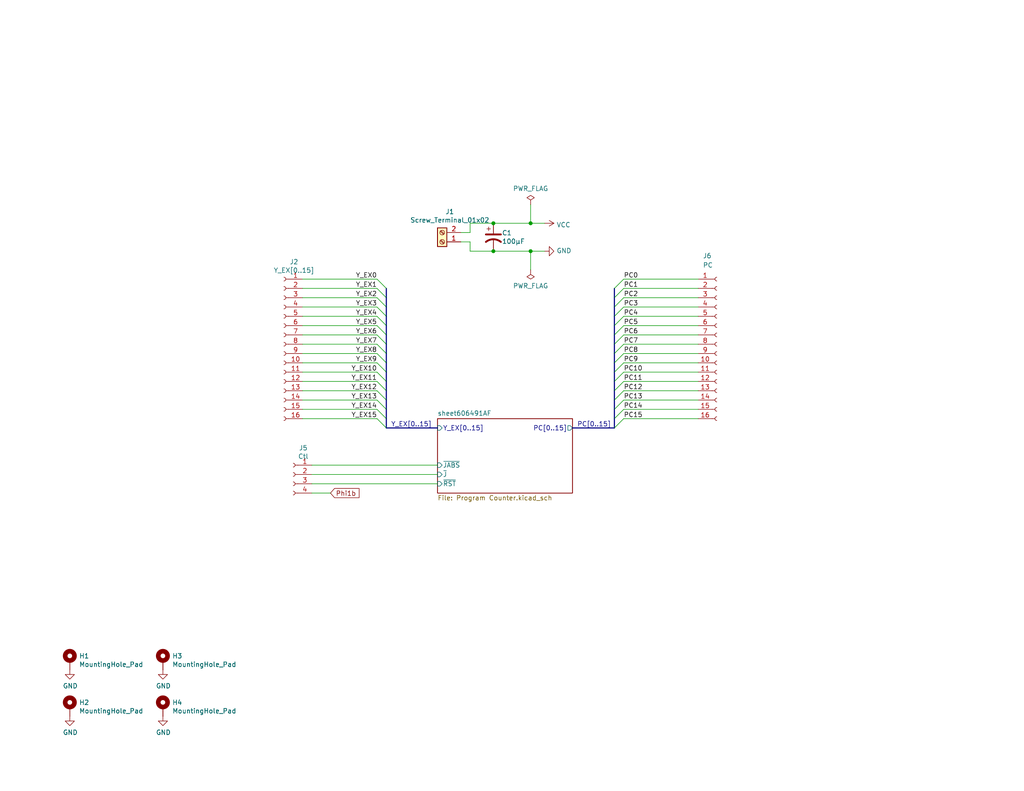
<source format=kicad_sch>
(kicad_sch (version 20230121) (generator eeschema)
  (paper "USLetter")
  (title_block (title "Turtle16: Program Counter Prototype") (date "2021-03-31") (rev "A (d86d9981)") (comment 4 "Microcomputer built from 74xx series logic chips."))
  (lib_symbols
    (symbol "Connector:Screw_Terminal_01x02" (pin_names (offset 1.016) hide)
      (property "Reference" "J" (at 0 2.54 0))
      (property "Value" "Screw_Terminal_01x02" (at 0 -5.08 0))
      (symbol "Screw_Terminal_01x02_1_1"
        (rectangle (start -1.27 1.27) (end 1.27 -3.81) (stroke (width 0.254)) (fill (type background)))
        (circle (center 0 -2.54) (radius 0.635) (stroke (width 0.1524)))
        (polyline (pts (xy -0.5334 -2.2098) (xy 0.3302 -3.048)) (stroke (width 0.1524)))
        (polyline (pts (xy -0.5334 0.3302) (xy 0.3302 -0.508)) (stroke (width 0.1524)))
        (polyline (pts (xy -0.3556 -2.032) (xy 0.508 -2.8702)) (stroke (width 0.1524)))
        (polyline (pts (xy -0.3556 0.508) (xy 0.508 -0.3302)) (stroke (width 0.1524)))
        (circle (center 0 0) (radius 0.635) (stroke (width 0.1524)))
        (pin passive line (at -5.08 0 0) (length 3.81) (name "Pin_1") (number "1"))
        (pin passive line (at -5.08 -2.54 0) (length 3.81) (name "Pin_2") (number "2"))
      )
    )
    (symbol "Mechanical:MountingHole_Pad" (pin_numbers hide) (pin_names (offset 1.016) hide)
      (property "Reference" "H" (at 0 6.35 0))
      (property "Value" "MountingHole_Pad" (at 0 4.445 0))
      (symbol "MountingHole_Pad_0_1"
        (circle (center 0 1.27) (radius 1.27) (stroke (width 1.27)))
      )
      (symbol "MountingHole_Pad_1_1"
        (pin input line (at 0 -2.54 90) (length 2.54) (name "1") (number "1"))
      )
    )
    (symbol "ProgramCounterPrototype-rescue:CP1-Device" (pin_numbers hide) (pin_names (offset 0.254) hide)
      (property "Reference" "C" (at 0.635 2.54 0))
      (property "Value" "Device_CP1" (at 0.635 -2.54 0))
      (symbol "CP1-Device_0_1"
        (polyline (pts (xy -2.032 0.762) (xy 2.032 0.762)) (stroke (width 0.508)))
        (polyline (pts (xy -1.778 2.286) (xy -0.762 2.286)))
        (polyline (pts (xy -1.27 1.778) (xy -1.27 2.794)))
        (arc (start 2.032 -1.27) (mid 0 -0.5572) (end -2.032 -1.27) (stroke (width 0.508)))
      )
      (symbol "CP1-Device_1_1"
        (pin passive line (at 0 3.81 270) (length 2.794) (name "~") (number "1"))
        (pin passive line (at 0 -3.81 90) (length 3.302) (name "~") (number "2"))
      )
    )
    (symbol "ProgramCounterPrototype-rescue:Conn_01x04_Female-Connector" (pin_names (offset 1.016) hide)
      (property "Reference" "J" (at 0 5.08 0))
      (property "Value" "Connector_Conn_01x04_Female" (at 0 -7.62 0))
      (symbol "Conn_01x04_Female-Connector_1_1"
        (arc (start 0 -4.572) (mid -0.5058 -5.08) (end 0 -5.588) (stroke (width 0.1524)))
        (arc (start 0 -2.032) (mid -0.5058 -2.54) (end 0 -3.048) (stroke (width 0.1524)))
        (polyline (pts (xy -1.27 -5.08) (xy -0.508 -5.08)) (stroke (width 0.1524)))
        (polyline (pts (xy -1.27 -2.54) (xy -0.508 -2.54)) (stroke (width 0.1524)))
        (polyline (pts (xy -1.27 0) (xy -0.508 0)) (stroke (width 0.1524)))
        (polyline (pts (xy -1.27 2.54) (xy -0.508 2.54)) (stroke (width 0.1524)))
        (arc (start 0 0.508) (mid -0.5058 0) (end 0 -0.508) (stroke (width 0.1524)))
        (arc (start 0 3.048) (mid -0.5058 2.54) (end 0 2.032) (stroke (width 0.1524)))
        (pin passive line (at -5.08 2.54 0) (length 3.81) (name "Pin_1") (number "1"))
        (pin passive line (at -5.08 0 0) (length 3.81) (name "Pin_2") (number "2"))
        (pin passive line (at -5.08 -2.54 0) (length 3.81) (name "Pin_3") (number "3"))
        (pin passive line (at -5.08 -5.08 0) (length 3.81) (name "Pin_4") (number "4"))
      )
    )
    (symbol "ProgramCounterPrototype-rescue:Conn_01x16_Female-Connector" (pin_names (offset 1.016) hide)
      (property "Reference" "J" (at 0 20.32 0))
      (property "Value" "Connector_Conn_01x16_Female" (at 0 -22.86 0))
      (symbol "Conn_01x16_Female-Connector_1_1"
        (arc (start 0 -19.812) (mid -0.5058 -20.32) (end 0 -20.828) (stroke (width 0.1524)))
        (arc (start 0 -17.272) (mid -0.5058 -17.78) (end 0 -18.288) (stroke (width 0.1524)))
        (arc (start 0 -14.732) (mid -0.5058 -15.24) (end 0 -15.748) (stroke (width 0.1524)))
        (arc (start 0 -12.192) (mid -0.5058 -12.7) (end 0 -13.208) (stroke (width 0.1524)))
        (arc (start 0 -9.652) (mid -0.5058 -10.16) (end 0 -10.668) (stroke (width 0.1524)))
        (arc (start 0 -7.112) (mid -0.5058 -7.62) (end 0 -8.128) (stroke (width 0.1524)))
        (arc (start 0 -4.572) (mid -0.5058 -5.08) (end 0 -5.588) (stroke (width 0.1524)))
        (arc (start 0 -2.032) (mid -0.5058 -2.54) (end 0 -3.048) (stroke (width 0.1524)))
        (polyline (pts (xy -1.27 -20.32) (xy -0.508 -20.32)) (stroke (width 0.1524)))
        (polyline (pts (xy -1.27 -17.78) (xy -0.508 -17.78)) (stroke (width 0.1524)))
        (polyline (pts (xy -1.27 -15.24) (xy -0.508 -15.24)) (stroke (width 0.1524)))
        (polyline (pts (xy -1.27 -12.7) (xy -0.508 -12.7)) (stroke (width 0.1524)))
        (polyline (pts (xy -1.27 -10.16) (xy -0.508 -10.16)) (stroke (width 0.1524)))
        (polyline (pts (xy -1.27 -7.62) (xy -0.508 -7.62)) (stroke (width 0.1524)))
        (polyline (pts (xy -1.27 -5.08) (xy -0.508 -5.08)) (stroke (width 0.1524)))
        (polyline (pts (xy -1.27 -2.54) (xy -0.508 -2.54)) (stroke (width 0.1524)))
        (polyline (pts (xy -1.27 0) (xy -0.508 0)) (stroke (width 0.1524)))
        (polyline (pts (xy -1.27 2.54) (xy -0.508 2.54)) (stroke (width 0.1524)))
        (polyline (pts (xy -1.27 5.08) (xy -0.508 5.08)) (stroke (width 0.1524)))
        (polyline (pts (xy -1.27 7.62) (xy -0.508 7.62)) (stroke (width 0.1524)))
        (polyline (pts (xy -1.27 10.16) (xy -0.508 10.16)) (stroke (width 0.1524)))
        (polyline (pts (xy -1.27 12.7) (xy -0.508 12.7)) (stroke (width 0.1524)))
        (polyline (pts (xy -1.27 15.24) (xy -0.508 15.24)) (stroke (width 0.1524)))
        (polyline (pts (xy -1.27 17.78) (xy -0.508 17.78)) (stroke (width 0.1524)))
        (arc (start 0 0.508) (mid -0.5058 0) (end 0 -0.508) (stroke (width 0.1524)))
        (arc (start 0 3.048) (mid -0.5058 2.54) (end 0 2.032) (stroke (width 0.1524)))
        (arc (start 0 5.588) (mid -0.5058 5.08) (end 0 4.572) (stroke (width 0.1524)))
        (arc (start 0 8.128) (mid -0.5058 7.62) (end 0 7.112) (stroke (width 0.1524)))
        (arc (start 0 10.668) (mid -0.5058 10.16) (end 0 9.652) (stroke (width 0.1524)))
        (arc (start 0 13.208) (mid -0.5058 12.7) (end 0 12.192) (stroke (width 0.1524)))
        (arc (start 0 15.748) (mid -0.5058 15.24) (end 0 14.732) (stroke (width 0.1524)))
        (arc (start 0 18.288) (mid -0.5058 17.78) (end 0 17.272) (stroke (width 0.1524)))
        (pin passive line (at -5.08 17.78 0) (length 3.81) (name "Pin_1") (number "1"))
        (pin passive line (at -5.08 -5.08 0) (length 3.81) (name "Pin_10") (number "10"))
        (pin passive line (at -5.08 -7.62 0) (length 3.81) (name "Pin_11") (number "11"))
        (pin passive line (at -5.08 -10.16 0) (length 3.81) (name "Pin_12") (number "12"))
        (pin passive line (at -5.08 -12.7 0) (length 3.81) (name "Pin_13") (number "13"))
        (pin passive line (at -5.08 -15.24 0) (length 3.81) (name "Pin_14") (number "14"))
        (pin passive line (at -5.08 -17.78 0) (length 3.81) (name "Pin_15") (number "15"))
        (pin passive line (at -5.08 -20.32 0) (length 3.81) (name "Pin_16") (number "16"))
        (pin passive line (at -5.08 15.24 0) (length 3.81) (name "Pin_2") (number "2"))
        (pin passive line (at -5.08 12.7 0) (length 3.81) (name "Pin_3") (number "3"))
        (pin passive line (at -5.08 10.16 0) (length 3.81) (name "Pin_4") (number "4"))
        (pin passive line (at -5.08 7.62 0) (length 3.81) (name "Pin_5") (number "5"))
        (pin passive line (at -5.08 5.08 0) (length 3.81) (name "Pin_6") (number "6"))
        (pin passive line (at -5.08 2.54 0) (length 3.81) (name "Pin_7") (number "7"))
        (pin passive line (at -5.08 0 0) (length 3.81) (name "Pin_8") (number "8"))
        (pin passive line (at -5.08 -2.54 0) (length 3.81) (name "Pin_9") (number "9"))
      )
    )
    (symbol "power:GND" (power) (pin_names (offset 0))
      (property "Value" "GND" (at 0 -3.81 0))
      (symbol "GND_0_1"
        (polyline (pts (xy 0 0) (xy 0 -1.27) (xy 1.27 -1.27) (xy 0 -2.54) (xy -1.27 -1.27) (xy 0 -1.27)))
      )
      (symbol "GND_1_1"
        (pin power_in line (at 0 0 270) (length 0) hide (name "GND") (number "1"))
      )
    )
    (symbol "power:PWR_FLAG" (power) (pin_numbers hide) (pin_names (offset 0) hide)
      (property "Value" "PWR_FLAG" (at 0 3.81 0))
      (symbol "PWR_FLAG_0_0"
        (pin power_out line (at 0 0 90) (length 0) (name "pwr") (number "1"))
      )
      (symbol "PWR_FLAG_0_1"
        (polyline (pts (xy 0 0) (xy 0 1.27) (xy -1.016 1.905) (xy 0 2.54) (xy 1.016 1.905) (xy 0 1.27)))
      )
    )
    (symbol "power:VCC" (power) (pin_names (offset 0))
      (property "Value" "VCC" (at 0 3.81 0))
      (symbol "VCC_0_1"
        (polyline (pts (xy -0.762 1.27) (xy 0 2.54)))
        (polyline (pts (xy 0 0) (xy 0 2.54)))
        (polyline (pts (xy 0 2.54) (xy 0.762 1.27)))
      )
      (symbol "VCC_1_1"
        (pin power_in line (at 0 0 90) (length 0) hide (name "VCC") (number "1"))
      )
    )
  )
  (junction (at 134.62 68.58))
  (junction (at 144.78 60.96))
  (junction (at 134.62 60.96))
  (junction (at 144.78 68.58))
  (bus_entry (at 105.41 104.14) (size -2.54 -2.54))
  (bus_entry (at 167.64 78.74) (size 2.54 -2.54))
  (bus_entry (at 105.41 106.68) (size -2.54 -2.54))
  (bus_entry (at 105.41 96.52) (size -2.54 -2.54))
  (bus_entry (at 105.41 109.22) (size -2.54 -2.54))
  (bus_entry (at 167.64 106.68) (size 2.54 -2.54))
  (bus_entry (at 105.41 99.06) (size -2.54 -2.54))
  (bus_entry (at 167.64 86.36) (size 2.54 -2.54))
  (bus_entry (at 167.64 91.44) (size 2.54 -2.54))
  (bus_entry (at 167.64 81.28) (size 2.54 -2.54))
  (bus_entry (at 105.41 93.98) (size -2.54 -2.54))
  (bus_entry (at 167.64 104.14) (size 2.54 -2.54))
  (bus_entry (at 167.64 101.6) (size 2.54 -2.54))
  (bus_entry (at 167.64 111.76) (size 2.54 -2.54))
  (bus_entry (at 167.64 116.84) (size 2.54 -2.54))
  (bus_entry (at 167.64 88.9) (size 2.54 -2.54))
  (bus_entry (at 167.64 96.52) (size 2.54 -2.54))
  (bus_entry (at 105.41 78.74) (size -2.54 -2.54))
  (bus_entry (at 105.41 88.9) (size -2.54 -2.54))
  (bus_entry (at 105.41 81.28) (size -2.54 -2.54))
  (bus_entry (at 105.41 83.82) (size -2.54 -2.54))
  (bus_entry (at 105.41 91.44) (size -2.54 -2.54))
  (bus_entry (at 105.41 111.76) (size -2.54 -2.54))
  (bus_entry (at 105.41 86.36) (size -2.54 -2.54))
  (bus_entry (at 167.64 114.3) (size 2.54 -2.54))
  (bus_entry (at 105.41 101.6) (size -2.54 -2.54))
  (bus_entry (at 167.64 83.82) (size 2.54 -2.54))
  (bus_entry (at 167.64 109.22) (size 2.54 -2.54))
  (bus_entry (at 167.64 93.98) (size 2.54 -2.54))
  (bus_entry (at 167.64 99.06) (size 2.54 -2.54))
  (bus_entry (at 105.41 116.84) (size -2.54 -2.54))
  (bus_entry (at 105.41 114.3) (size -2.54 -2.54))
  (wire (pts (xy 190.5 88.9) (xy 170.18 88.9)))
  (bus (pts (xy 167.64 81.28) (xy 167.64 83.82)))
  (bus (pts (xy 105.41 96.52) (xy 105.41 99.06)))
  (bus (pts (xy 167.64 86.36) (xy 167.64 88.9)))
  (wire (pts (xy 190.5 99.06) (xy 170.18 99.06)))
  (bus (pts (xy 167.64 109.22) (xy 167.64 111.76)))
  (wire (pts (xy 170.18 106.68) (xy 190.5 106.68)))
  (bus (pts (xy 105.41 86.36) (xy 105.41 88.9)))
  (bus (pts (xy 167.64 99.06) (xy 167.64 101.6)))
  (bus (pts (xy 105.41 111.76) (xy 105.41 114.3)))
  (wire (pts (xy 190.5 78.74) (xy 170.18 78.74)))
  (wire (pts (xy 128.27 60.96) (xy 128.27 63.5)))
  (wire (pts (xy 144.78 60.96) (xy 134.62 60.96)))
  (wire (pts (xy 85.09 129.54) (xy 119.38 129.54)))
  (wire (pts (xy 102.87 106.68) (xy 82.55 106.68)))
  (wire (pts (xy 190.5 104.14) (xy 170.18 104.14)))
  (wire (pts (xy 170.18 96.52) (xy 190.5 96.52)))
  (wire (pts (xy 82.55 114.3) (xy 102.87 114.3)))
  (wire (pts (xy 82.55 109.22) (xy 102.87 109.22)))
  (wire (pts (xy 102.87 86.36) (xy 82.55 86.36)))
  (bus (pts (xy 105.41 78.74) (xy 105.41 81.28)))
  (wire (pts (xy 85.09 127) (xy 119.38 127)))
  (bus (pts (xy 105.41 88.9) (xy 105.41 91.44)))
  (bus (pts (xy 105.41 109.22) (xy 105.41 111.76)))
  (wire (pts (xy 125.73 66.04) (xy 128.27 66.04)))
  (wire (pts (xy 102.87 101.6) (xy 82.55 101.6)))
  (wire (pts (xy 125.73 63.5) (xy 128.27 63.5)))
  (wire (pts (xy 190.5 109.22) (xy 170.18 109.22)))
  (wire (pts (xy 82.55 93.98) (xy 102.87 93.98)))
  (wire (pts (xy 102.87 111.76) (xy 82.55 111.76)))
  (bus (pts (xy 167.64 91.44) (xy 167.64 93.98)))
  (wire (pts (xy 82.55 83.82) (xy 102.87 83.82)))
  (bus (pts (xy 167.64 88.9) (xy 167.64 91.44)))
  (wire (pts (xy 144.78 73.66) (xy 144.78 68.58)))
  (wire (pts (xy 128.27 66.04) (xy 128.27 68.58)))
  (bus (pts (xy 167.64 93.98) (xy 167.64 96.52)))
  (wire (pts (xy 134.62 60.96) (xy 128.27 60.96)))
  (bus (pts (xy 105.41 99.06) (xy 105.41 101.6)))
  (wire (pts (xy 170.18 81.28) (xy 190.5 81.28)))
  (wire (pts (xy 148.59 60.96) (xy 144.78 60.96)))
  (bus (pts (xy 167.64 114.3) (xy 167.64 116.84)))
  (bus (pts (xy 167.64 83.82) (xy 167.64 86.36)))
  (wire (pts (xy 144.78 68.58) (xy 148.59 68.58)))
  (bus (pts (xy 167.64 104.14) (xy 167.64 106.68)))
  (bus (pts (xy 105.41 93.98) (xy 105.41 96.52)))
  (wire (pts (xy 170.18 76.2) (xy 190.5 76.2)))
  (wire (pts (xy 190.5 83.82) (xy 170.18 83.82)))
  (wire (pts (xy 82.55 104.14) (xy 102.87 104.14)))
  (wire (pts (xy 134.62 68.58) (xy 144.78 68.58)))
  (wire (pts (xy 82.55 88.9) (xy 102.87 88.9)))
  (bus (pts (xy 105.41 114.3) (xy 105.41 116.84)))
  (wire (pts (xy 170.18 86.36) (xy 190.5 86.36)))
  (bus (pts (xy 167.64 96.52) (xy 167.64 99.06)))
  (wire (pts (xy 82.55 78.74) (xy 102.87 78.74)))
  (bus (pts (xy 105.41 106.68) (xy 105.41 109.22)))
  (wire (pts (xy 102.87 96.52) (xy 82.55 96.52)))
  (wire (pts (xy 128.27 68.58) (xy 134.62 68.58)))
  (wire (pts (xy 102.87 91.44) (xy 82.55 91.44)))
  (wire (pts (xy 170.18 111.76) (xy 190.5 111.76)))
  (wire (pts (xy 170.18 91.44) (xy 190.5 91.44)))
  (wire (pts (xy 90.17 134.62) (xy 85.09 134.62)))
  (bus (pts (xy 167.64 101.6) (xy 167.64 104.14)))
  (bus (pts (xy 167.64 116.84) (xy 156.21 116.84)))
  (bus (pts (xy 167.64 106.68) (xy 167.64 109.22)))
  (bus (pts (xy 105.41 116.84) (xy 119.38 116.84)))
  (bus (pts (xy 105.41 101.6) (xy 105.41 104.14)))
  (bus (pts (xy 105.41 83.82) (xy 105.41 86.36)))
  (bus (pts (xy 105.41 91.44) (xy 105.41 93.98)))
  (wire (pts (xy 102.87 81.28) (xy 82.55 81.28)))
  (wire (pts (xy 170.18 101.6) (xy 190.5 101.6)))
  (bus (pts (xy 105.41 104.14) (xy 105.41 106.68)))
  (wire (pts (xy 190.5 114.3) (xy 170.18 114.3)))
  (wire (pts (xy 144.78 55.88) (xy 144.78 60.96)))
  (wire (pts (xy 190.5 93.98) (xy 170.18 93.98)))
  (bus (pts (xy 105.41 81.28) (xy 105.41 83.82)))
  (bus (pts (xy 167.64 78.74) (xy 167.64 81.28)))
  (bus (pts (xy 167.64 111.76) (xy 167.64 114.3)))
  (wire (pts (xy 82.55 99.06) (xy 102.87 99.06)))
  (wire (pts (xy 85.09 132.08) (xy 119.38 132.08)))
  (wire (pts (xy 102.87 76.2) (xy 82.55 76.2)))
  (label "Y_EX9" (at 102.87 99.06 180))
  (label "PC8" (at 170.18 96.52 0))
  (label "PC11" (at 170.18 104.14 0))
  (label "Y_EX0" (at 102.87 76.2 180))
  (label "PC0" (at 170.18 76.2 0))
  (label "PC[0..15]" (at 157.48 116.84 0))
  (label "Y_EX2" (at 102.87 81.28 180))
  (label "PC3" (at 170.18 83.82 0))
  (label "Y_EX14" (at 102.87 111.76 180))
  (label "Y_EX4" (at 102.87 86.36 180))
  (label "PC2" (at 170.18 81.28 0))
  (label "Y_EX10" (at 102.87 101.6 180))
  (label "PC6" (at 170.18 91.44 0))
  (label "Y_EX6" (at 102.87 91.44 180))
  (label "Y_EX13" (at 102.87 109.22 180))
  (label "Y_EX8" (at 102.87 96.52 180))
  (label "PC4" (at 170.18 86.36 0))
  (label "Y_EX11" (at 102.87 104.14 180))
  (label "Y_EX5" (at 102.87 88.9 180))
  (label "PC5" (at 170.18 88.9 0))
  (label "PC7" (at 170.18 93.98 0))
  (label "PC9" (at 170.18 99.06 0))
  (label "PC1" (at 170.18 78.74 0))
  (label "Y_EX1" (at 102.87 78.74 180))
  (label "PC12" (at 170.18 106.68 0))
  (label "PC14" (at 170.18 111.76 0))
  (label "PC13" (at 170.18 109.22 0))
  (label "Y_EX7" (at 102.87 93.98 180))
  (label "Y_EX12" (at 102.87 106.68 180))
  (label "Y_EX3" (at 102.87 83.82 180))
  (label "Y_EX[0..15]" (at 106.68 116.84 0))
  (label "PC15" (at 170.18 114.3 0))
  (label "Y_EX15" (at 102.87 114.3 180))
  (label "PC10" (at 170.18 101.6 0))
  (global_label "Phi1b" (shape input) (at 90.17 134.62 0) (property "Intersheetrefs" "${INTERSHEET_REFS}" (effects hide)))
  (symbol (lib_id "Mechanical:MountingHole_Pad") (at 19.05 180.34 0) (unit 1)
    (property "Reference" "H1" (at 21.59 179.0954 0) (effects (justify left)))
    (property "Value" "MountingHole_Pad" (at 21.59 181.4068 0) (effects (justify left)))
    (property "Footprint" "MountingHole:MountingHole_3.2mm_M3_Pad" (effects hide))
  )
  (symbol (lib_id "Mechanical:MountingHole_Pad") (at 44.45 180.34 0) (unit 1)
    (property "Reference" "H3" (at 46.99 179.0954 0) (effects (justify left)))
    (property "Value" "MountingHole_Pad" (at 46.99 181.4068 0) (effects (justify left)))
    (property "Footprint" "MountingHole:MountingHole_3.2mm_M3_Pad" (effects hide))
  )
  (symbol (lib_id "power:GND") (at 19.05 182.88 0) (unit 1)
    (property "Reference" "#PWR03" (effects hide))
    (property "Value" "GND" (at 19.177 187.2742 0))
  )
  (symbol (lib_id "power:GND") (at 44.45 182.88 0) (unit 1)
    (property "Reference" "#PWR05" (effects hide))
    (property "Value" "GND" (at 44.577 187.2742 0))
  )
  (symbol (lib_id "Mechanical:MountingHole_Pad") (at 19.05 193.04 0) (unit 1)
    (property "Reference" "H2" (at 21.59 191.7954 0) (effects (justify left)))
    (property "Value" "MountingHole_Pad" (at 21.59 194.1068 0) (effects (justify left)))
    (property "Footprint" "MountingHole:MountingHole_3.2mm_M3_Pad" (effects hide))
  )
  (symbol (lib_id "Mechanical:MountingHole_Pad") (at 44.45 193.04 0) (unit 1)
    (property "Reference" "H4" (at 46.99 191.7954 0) (effects (justify left)))
    (property "Value" "MountingHole_Pad" (at 46.99 194.1068 0) (effects (justify left)))
    (property "Footprint" "MountingHole:MountingHole_3.2mm_M3_Pad" (effects hide))
  )
  (symbol (lib_id "power:GND") (at 19.05 195.58 0) (unit 1)
    (property "Reference" "#PWR04" (effects hide))
    (property "Value" "GND" (at 19.177 199.9742 0))
  )
  (symbol (lib_id "power:GND") (at 44.45 195.58 0) (unit 1)
    (property "Reference" "#PWR06" (effects hide))
    (property "Value" "GND" (at 44.577 199.9742 0))
  )
  (symbol (lib_id "Connector:Screw_Terminal_01x02") (at 120.65 66.04 180) (unit 1)
    (property "Reference" "J1" (at 122.7328 57.785 0))
    (property "Value" "Screw_Terminal_01x02" (at 122.7328 60.0964 0))
    (property "Footprint" "TerminalBlock_MetzConnect:TerminalBlock_MetzConnect_Type055_RT01502HDWU_1x02_P5.00mm_Horizontal" (effects hide))
  )
  (symbol (lib_id "ProgramCounterPrototype-rescue:Conn_01x16_Female-Connector") (at 77.47 93.98 0) (mirror y) (unit 1)
    (property "Reference" "J2" (at 80.2132 71.501 0))
    (property "Value" "Y_EX[0..15]" (at 80.2132 73.8124 0))
    (property "Footprint" "Connector_PinHeader_2.54mm:PinHeader_1x16_P2.54mm_Vertical" (effects hide))
  )
  (symbol (lib_id "ProgramCounterPrototype-rescue:Conn_01x16_Female-Connector") (at 195.58 93.98 0) (unit 1)
    (property "Reference" "J6" (at 191.77 69.85 0) (effects (justify left)))
    (property "Value" "PC" (at 191.77 72.39 0) (effects (justify left)))
    (property "Footprint" "Connector_PinHeader_2.54mm:PinHeader_1x16_P2.54mm_Vertical" (effects hide))
  )
  (symbol (lib_id "ProgramCounterPrototype-rescue:Conn_01x04_Female-Connector") (at 80.01 129.54 0) (mirror y) (unit 1)
    (property "Reference" "J5" (at 82.7532 122.301 0))
    (property "Value" "Ctl" (at 82.7532 124.6124 0))
    (property "Footprint" "Connector_PinHeader_2.54mm:PinHeader_1x04_P2.54mm_Vertical" (effects hide))
  )
  (symbol (lib_id "power:VCC") (at 148.59 60.96 270) (unit 1)
    (property "Reference" "#PWR01" (effects hide))
    (property "Value" "VCC" (at 151.8412 61.3918 90) (effects (justify left)))
  )
  (symbol (lib_id "power:GND") (at 148.59 68.58 90) (unit 1)
    (property "Reference" "#PWR02" (effects hide))
    (property "Value" "GND" (at 151.8412 68.453 90) (effects (justify right)))
  )
  (symbol (lib_id "ProgramCounterPrototype-rescue:CP1-Device") (at 134.62 64.77 0) (unit 1)
    (property "Reference" "C1" (at 136.9568 63.6016 0) (effects (justify left)))
    (property "Value" "100µF" (at 136.9568 65.913 0) (effects (justify left)))
    (property "Footprint" "Capacitor_SMD:C_1206_3216Metric_Pad1.33x1.80mm_HandSolder" (effects hide))
    (property "Mouser" "https://www.mouser.com/ProductDetail/963-AMK316ABJ107ML-T" (effects hide))
  )
  (symbol (lib_id "power:PWR_FLAG") (at 144.78 73.66 180) (unit 1)
    (property "Reference" "#FLG02" (effects hide))
    (property "Value" "PWR_FLAG" (at 144.78 78.0542 0))
  )
  (symbol (lib_id "power:PWR_FLAG") (at 144.78 55.88 0) (unit 1)
    (property "Reference" "#FLG01" (effects hide))
    (property "Value" "PWR_FLAG" (at 144.78 51.4858 0))
  )
  (sheet (at 119.38 114.3) (size 36.83 20.32)
    (property "Sheetname" "sheet606491AF" (at 119.38 113.5884 0) (effects (justify left bottom)))
    (property "Sheetfile" "Program Counter.kicad_sch" (at 119.38 135.2046 0) (effects (justify left top)))
    (pin "~{RST}" input (at 119.38 132.08 180))
    (pin "~{J}" input (at 119.38 129.54 180))
    (pin "PC[0..15]" output (at 156.21 116.84 0))
    (pin "Y_EX[0..15]" input (at 119.38 116.84 180))
    (pin "~{JABS}" input (at 119.38 127 180))
  )
)
</source>
